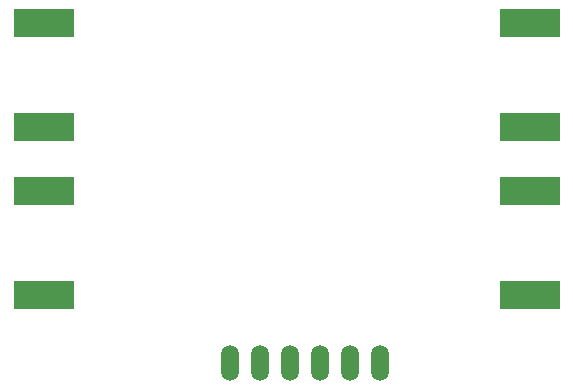
<source format=gbs>
%FSLAX34Y34*%
G04 Gerber Fmt 3.4, Leading zero omitted, Abs format*
G04 (created by PCBNEW (2014-03-19 BZR 4756)-product) date Mon Jun 30 13:49:00 2014*
%MOIN*%
G01*
G70*
G90*
G04 APERTURE LIST*
%ADD10C,0.005906*%
%ADD11R,0.200787X0.094488*%
%ADD12O,0.059300X0.118700*%
G04 APERTURE END LIST*
G54D10*
G54D11*
X51800Y-44732D03*
X51800Y-41267D03*
X51800Y-39132D03*
X51800Y-35667D03*
X68000Y-39132D03*
X68000Y-35667D03*
X68000Y-44732D03*
X68000Y-41267D03*
G54D12*
X63000Y-47000D03*
X62000Y-47000D03*
X61000Y-47000D03*
X60000Y-47000D03*
X59000Y-47000D03*
X58000Y-47000D03*
M02*

</source>
